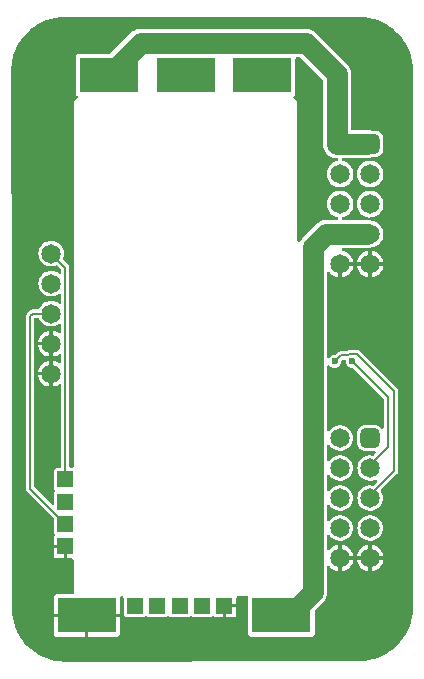
<source format=gtl>
%TF.GenerationSoftware,KiCad,Pcbnew,8.0.6*%
%TF.CreationDate,2024-10-27T21:52:18+01:00*%
%TF.ProjectId,Motor_Driver_carrier_board,4d6f746f-725f-4447-9269-7665725f6361,rev?*%
%TF.SameCoordinates,Original*%
%TF.FileFunction,Copper,L1,Top*%
%TF.FilePolarity,Positive*%
%FSLAX46Y46*%
G04 Gerber Fmt 4.6, Leading zero omitted, Abs format (unit mm)*
G04 Created by KiCad (PCBNEW 8.0.6) date 2024-10-27 21:52:18*
%MOMM*%
%LPD*%
G01*
G04 APERTURE LIST*
G04 Aperture macros list*
%AMRoundRect*
0 Rectangle with rounded corners*
0 $1 Rounding radius*
0 $2 $3 $4 $5 $6 $7 $8 $9 X,Y pos of 4 corners*
0 Add a 4 corners polygon primitive as box body*
4,1,4,$2,$3,$4,$5,$6,$7,$8,$9,$2,$3,0*
0 Add four circle primitives for the rounded corners*
1,1,$1+$1,$2,$3*
1,1,$1+$1,$4,$5*
1,1,$1+$1,$6,$7*
1,1,$1+$1,$8,$9*
0 Add four rect primitives between the rounded corners*
20,1,$1+$1,$2,$3,$4,$5,0*
20,1,$1+$1,$4,$5,$6,$7,0*
20,1,$1+$1,$6,$7,$8,$9,0*
20,1,$1+$1,$8,$9,$2,$3,0*%
G04 Aperture macros list end*
%TA.AperFunction,SMDPad,CuDef*%
%ADD10R,5.000000X3.000000*%
%TD*%
%TA.AperFunction,ComponentPad*%
%ADD11C,1.650000*%
%TD*%
%TA.AperFunction,SMDPad,CuDef*%
%ADD12R,1.400000X1.400000*%
%TD*%
%TA.AperFunction,ComponentPad*%
%ADD13RoundRect,0.412500X0.412500X-0.412500X0.412500X0.412500X-0.412500X0.412500X-0.412500X-0.412500X0*%
%TD*%
%TA.AperFunction,ViaPad*%
%ADD14C,0.600000*%
%TD*%
%TA.AperFunction,Conductor*%
%ADD15C,0.200000*%
%TD*%
%TA.AperFunction,Conductor*%
%ADD16C,1.791660*%
%TD*%
%ADD17C,0.300000*%
%ADD18C,0.350000*%
G04 APERTURE END LIST*
D10*
%TO.P,OUT1,1*%
%TO.N,/OUT1*%
X127675000Y-46950000D03*
%TD*%
D11*
%TO.P,J3,1,1*%
%TO.N,/SWDIO*%
X122800000Y-62080000D03*
%TO.P,J3,2,2*%
%TO.N,/SWCLK*%
X122800000Y-64620000D03*
%TO.P,J3,3,3*%
%TO.N,/3.3V*%
X122800000Y-67160000D03*
%TO.P,J3,4,4*%
%TO.N,GND*%
X122800000Y-69700000D03*
%TO.P,J3,5,5*%
X122800000Y-72240000D03*
%TD*%
D12*
%TO.P,5V,1*%
%TO.N,/5V*%
X129875000Y-91875000D03*
%TD*%
%TO.P,GND,1*%
%TO.N,GND*%
X137475000Y-91875000D03*
%TD*%
D10*
%TO.P,+24V,1*%
%TO.N,/24V*%
X142300000Y-92700000D03*
%TD*%
%TO.P,-24V,1*%
%TO.N,GND*%
X125800000Y-92700000D03*
%TD*%
%TO.P,OUT3,1*%
%TO.N,/OUT3*%
X140675000Y-46950000D03*
%TD*%
%TO.P,OUT2,1*%
%TO.N,/OUT2*%
X134175000Y-46950000D03*
%TD*%
D12*
%TO.P,PWM,1*%
%TO.N,/PWM*%
X135575000Y-91875000D03*
%TD*%
D13*
%TO.P,P2,1,1*%
%TO.N,/OUT1*%
X149800000Y-52790000D03*
D11*
%TO.P,P2,2,2*%
X147260000Y-52790000D03*
%TO.P,P2,3,3*%
%TO.N,/OUT2*%
X149800000Y-55330000D03*
%TO.P,P2,4,4*%
X147260000Y-55330000D03*
%TO.P,P2,5,5*%
%TO.N,/OUT3*%
X149800000Y-57870000D03*
%TO.P,P2,6,6*%
X147260000Y-57870000D03*
%TO.P,P2,7,7*%
%TO.N,/24V*%
X149800000Y-60410000D03*
%TO.P,P2,8,8*%
X147260000Y-60410000D03*
%TO.P,P2,9,9*%
%TO.N,GND*%
X149800000Y-62950000D03*
%TO.P,P2,10,10*%
X147260000Y-62950000D03*
D13*
%TO.P,P2,11,11*%
%TO.N,/H1*%
X149800000Y-77690000D03*
D11*
%TO.P,P2,12,12*%
%TO.N,/PWM*%
X147260000Y-77690000D03*
%TO.P,P2,13,13*%
%TO.N,/H2*%
X149800000Y-80230000D03*
%TO.P,P2,14,14*%
%TO.N,/RX*%
X147260000Y-80230000D03*
%TO.P,P2,15,15*%
%TO.N,/H3*%
X149800000Y-82770000D03*
%TO.P,P2,16,16*%
%TO.N,/TX*%
X147260000Y-82770000D03*
%TO.P,P2,17,17*%
%TO.N,/5V*%
X149800000Y-85310000D03*
%TO.P,P2,18,18*%
X147260000Y-85310000D03*
%TO.P,P2,19,19*%
%TO.N,GND*%
X149800000Y-87850000D03*
%TO.P,P2,20,20*%
X147260000Y-87850000D03*
%TD*%
D12*
%TO.P,SWDIO,1*%
%TO.N,/SWDIO*%
X124000000Y-81175000D03*
%TD*%
%TO.P,TX,1*%
%TO.N,/TX*%
X131775000Y-91875000D03*
%TD*%
%TO.P,GND,1*%
%TO.N,GND*%
X124000000Y-86875000D03*
%TD*%
%TO.P,SWCLK,1*%
%TO.N,/SWCLK*%
X124000000Y-83075000D03*
%TD*%
%TO.P,+3.3V,1*%
%TO.N,/3.3V*%
X124000000Y-84975000D03*
%TD*%
%TO.P,RX,1*%
%TO.N,/RX*%
X133675000Y-91875000D03*
%TD*%
D14*
%TO.N,/OUT3*%
X141800000Y-47700000D03*
X138800000Y-47700000D03*
X138800000Y-46700000D03*
X142800000Y-46700000D03*
X139800000Y-47700000D03*
X141800000Y-46700000D03*
X140800000Y-47700000D03*
X139800000Y-46700000D03*
X142800000Y-47700000D03*
X140800000Y-46700000D03*
%TO.N,GND*%
X146775735Y-75224265D03*
%TO.N,/OUT2*%
X135300000Y-46700000D03*
X134300000Y-46700000D03*
X132300000Y-46700000D03*
X133300000Y-47700000D03*
X133300000Y-46700000D03*
X135300000Y-47700000D03*
X132300000Y-47700000D03*
X134300000Y-47700000D03*
X136300000Y-47700000D03*
X136300000Y-46700000D03*
%TO.N,/PWM*%
X135800000Y-92200000D03*
X135300000Y-91700000D03*
%TO.N,/5V*%
X129743948Y-91774783D03*
X130300000Y-92200000D03*
%TO.N,/RX*%
X133300000Y-91700000D03*
X133800000Y-92200000D03*
%TO.N,/H2*%
X148300000Y-71200000D03*
%TO.N,/TX*%
X131600000Y-91600000D03*
X132000000Y-92200000D03*
%TO.N,/H3*%
X146800000Y-71200000D03*
%TO.N,/SWCLK*%
X124300000Y-82700000D03*
%TD*%
D15*
%TO.N,/H3*%
X146800000Y-71200000D02*
X147300000Y-70700000D01*
X151800000Y-80490000D02*
X149520000Y-82770000D01*
X147300000Y-70700000D02*
X147951471Y-70700000D01*
X147951471Y-70700000D02*
X148051471Y-70600000D01*
X148051471Y-70600000D02*
X148700000Y-70600000D01*
X148700000Y-70600000D02*
X151800000Y-73700000D01*
X151800000Y-73700000D02*
X151800000Y-80490000D01*
%TO.N,/H2*%
X148300000Y-71200000D02*
X151300000Y-74200000D01*
X151300000Y-74200000D02*
X151300000Y-78450000D01*
X151300000Y-78450000D02*
X149520000Y-80230000D01*
D16*
%TO.N,/OUT3*%
X140675000Y-46950000D02*
X140675000Y-46825000D01*
X140675000Y-46825000D02*
X140800000Y-46700000D01*
%TO.N,/OUT2*%
X134175000Y-46825000D02*
X134300000Y-46700000D01*
X134175000Y-46950000D02*
X134175000Y-46825000D01*
%TO.N,/OUT1*%
X146980000Y-46863340D02*
X146980000Y-52790000D01*
X130370830Y-44254170D02*
X144370830Y-44254170D01*
X144370830Y-44254170D02*
X146980000Y-46863340D01*
X127675000Y-46950000D02*
X130370830Y-44254170D01*
X146980000Y-52790000D02*
X149520000Y-52790000D01*
%TO.N,/24V*%
X144959170Y-90739832D02*
X144959170Y-61540830D01*
X144959170Y-61540830D02*
X146090000Y-60410000D01*
X142999002Y-92700000D02*
X144959170Y-90739832D01*
X142300000Y-92700000D02*
X142999002Y-92700000D01*
X146090000Y-60410000D02*
X149520000Y-60410000D01*
D15*
%TO.N,/PWM*%
X135575000Y-91975000D02*
X135800000Y-92200000D01*
X135575000Y-91875000D02*
X135575000Y-91975000D01*
%TO.N,/5V*%
X129875000Y-91875000D02*
X129975000Y-91875000D01*
X129975000Y-91875000D02*
X130300000Y-92200000D01*
%TO.N,/RX*%
X133675000Y-91875000D02*
X133675000Y-92075000D01*
X133675000Y-92075000D02*
X133800000Y-92200000D01*
%TO.N,/TX*%
X131775000Y-92175000D02*
X131800000Y-92200000D01*
X131775000Y-91875000D02*
X131775000Y-92175000D01*
%TO.N,/SWDIO*%
X124000000Y-63280000D02*
X122800000Y-62080000D01*
X124000000Y-81175000D02*
X124000000Y-63280000D01*
%TO.N,/3.3V*%
X124000000Y-84975000D02*
X121000000Y-81975000D01*
X121000000Y-67400000D02*
X121240000Y-67160000D01*
X121240000Y-67160000D02*
X122800000Y-67160000D01*
X121000000Y-81975000D02*
X121000000Y-67400000D01*
%TO.N,/SWCLK*%
X124000000Y-83000000D02*
X124300000Y-82700000D01*
X124000000Y-83075000D02*
X124000000Y-83000000D01*
%TD*%
%TA.AperFunction,Conductor*%
%TO.N,GND*%
G36*
X121763332Y-67530185D02*
G01*
X121807293Y-67579228D01*
X121881670Y-67728598D01*
X121881675Y-67728606D01*
X122001792Y-67887666D01*
X122122118Y-67997357D01*
X122149090Y-68021945D01*
X122318554Y-68126873D01*
X122504414Y-68198876D01*
X122700340Y-68235500D01*
X122700342Y-68235500D01*
X122899658Y-68235500D01*
X122899660Y-68235500D01*
X123095586Y-68198876D01*
X123281446Y-68126873D01*
X123450910Y-68021945D01*
X123450910Y-68021944D01*
X123455784Y-68018927D01*
X123456401Y-68019924D01*
X123516124Y-67997357D01*
X123584460Y-68011916D01*
X123634077Y-68061110D01*
X123649500Y-68121002D01*
X123649500Y-68680173D01*
X123629815Y-68747212D01*
X123577011Y-68792967D01*
X123507853Y-68802911D01*
X123460223Y-68785600D01*
X123303607Y-68688628D01*
X123303601Y-68688625D01*
X123109189Y-68613310D01*
X122950000Y-68583552D01*
X122950000Y-69170790D01*
X122872409Y-69150000D01*
X122727591Y-69150000D01*
X122650000Y-69170790D01*
X122650000Y-68583552D01*
X122490810Y-68613310D01*
X122296398Y-68688625D01*
X122296392Y-68688628D01*
X122119132Y-68798382D01*
X122119130Y-68798384D01*
X121965054Y-68938842D01*
X121839409Y-69105223D01*
X121839404Y-69105231D01*
X121746478Y-69291851D01*
X121746472Y-69291866D01*
X121689417Y-69492394D01*
X121689417Y-69492396D01*
X121684079Y-69550000D01*
X122270791Y-69550000D01*
X122250000Y-69627591D01*
X122250000Y-69772409D01*
X122270791Y-69850000D01*
X121684079Y-69850000D01*
X121689417Y-69907603D01*
X121689417Y-69907605D01*
X121746472Y-70108133D01*
X121746478Y-70108148D01*
X121839404Y-70294768D01*
X121839409Y-70294776D01*
X121965054Y-70461157D01*
X122119130Y-70601615D01*
X122119132Y-70601617D01*
X122296392Y-70711371D01*
X122296398Y-70711374D01*
X122490811Y-70786689D01*
X122650000Y-70816446D01*
X122650000Y-70229209D01*
X122727591Y-70250000D01*
X122872409Y-70250000D01*
X122950000Y-70229209D01*
X122950000Y-70816446D01*
X123109187Y-70786689D01*
X123109188Y-70786689D01*
X123303601Y-70711374D01*
X123303607Y-70711371D01*
X123460223Y-70614399D01*
X123527583Y-70595844D01*
X123594283Y-70616652D01*
X123639144Y-70670217D01*
X123649500Y-70719826D01*
X123649500Y-71220173D01*
X123629815Y-71287212D01*
X123577011Y-71332967D01*
X123507853Y-71342911D01*
X123460223Y-71325600D01*
X123303607Y-71228628D01*
X123303601Y-71228625D01*
X123109189Y-71153310D01*
X122950000Y-71123552D01*
X122950000Y-71710790D01*
X122872409Y-71690000D01*
X122727591Y-71690000D01*
X122650000Y-71710790D01*
X122650000Y-71123552D01*
X122490810Y-71153310D01*
X122296398Y-71228625D01*
X122296392Y-71228628D01*
X122119132Y-71338382D01*
X122119130Y-71338384D01*
X121965054Y-71478842D01*
X121839409Y-71645223D01*
X121839404Y-71645231D01*
X121746478Y-71831851D01*
X121746472Y-71831866D01*
X121689417Y-72032394D01*
X121689417Y-72032396D01*
X121684079Y-72090000D01*
X122270791Y-72090000D01*
X122250000Y-72167591D01*
X122250000Y-72312409D01*
X122270791Y-72390000D01*
X121684079Y-72390000D01*
X121689417Y-72447603D01*
X121689417Y-72447605D01*
X121746472Y-72648133D01*
X121746478Y-72648148D01*
X121839404Y-72834768D01*
X121839409Y-72834776D01*
X121965054Y-73001157D01*
X122119130Y-73141615D01*
X122119132Y-73141617D01*
X122296392Y-73251371D01*
X122296398Y-73251374D01*
X122490811Y-73326689D01*
X122650000Y-73356446D01*
X122650000Y-72769209D01*
X122727591Y-72790000D01*
X122872409Y-72790000D01*
X122950000Y-72769209D01*
X122950000Y-73356446D01*
X123109187Y-73326689D01*
X123109188Y-73326689D01*
X123303601Y-73251374D01*
X123303607Y-73251371D01*
X123460223Y-73154399D01*
X123527583Y-73135844D01*
X123594283Y-73156652D01*
X123639144Y-73210217D01*
X123649500Y-73259826D01*
X123649500Y-80100500D01*
X123629815Y-80167539D01*
X123577011Y-80213294D01*
X123525500Y-80224500D01*
X123275323Y-80224500D01*
X123202264Y-80239032D01*
X123202260Y-80239033D01*
X123119399Y-80294399D01*
X123064033Y-80377260D01*
X123064032Y-80377264D01*
X123049500Y-80450321D01*
X123049500Y-81899678D01*
X123064032Y-81972735D01*
X123064033Y-81972739D01*
X123119739Y-82056110D01*
X123140616Y-82122788D01*
X123122131Y-82190168D01*
X123119739Y-82193890D01*
X123064033Y-82277260D01*
X123064032Y-82277264D01*
X123049500Y-82350321D01*
X123049500Y-83229456D01*
X123029815Y-83296495D01*
X122977011Y-83342250D01*
X122907853Y-83352194D01*
X122844297Y-83323169D01*
X122837819Y-83317137D01*
X121386819Y-81866137D01*
X121353334Y-81804814D01*
X121350500Y-81778456D01*
X121350500Y-67634500D01*
X121370185Y-67567461D01*
X121422989Y-67521706D01*
X121474500Y-67510500D01*
X121696293Y-67510500D01*
X121763332Y-67530185D01*
G37*
%TD.AperFunction*%
%TA.AperFunction,Conductor*%
G36*
X148942702Y-42050617D02*
G01*
X149326771Y-42067386D01*
X149337506Y-42068326D01*
X149715971Y-42118152D01*
X149726597Y-42120025D01*
X150099284Y-42202648D01*
X150109710Y-42205442D01*
X150473765Y-42320227D01*
X150483911Y-42323920D01*
X150836578Y-42470000D01*
X150846369Y-42474566D01*
X151184917Y-42650803D01*
X151184942Y-42650816D01*
X151194309Y-42656223D01*
X151195887Y-42657229D01*
X151516244Y-42861318D01*
X151525105Y-42867523D01*
X151827930Y-43099889D01*
X151836217Y-43106843D01*
X152117635Y-43364715D01*
X152125284Y-43372364D01*
X152383156Y-43653782D01*
X152390110Y-43662069D01*
X152622476Y-43964894D01*
X152628681Y-43973755D01*
X152833775Y-44295689D01*
X152839183Y-44305057D01*
X153015430Y-44643623D01*
X153020002Y-44653427D01*
X153166075Y-45006078D01*
X153169775Y-45016244D01*
X153284554Y-45380278D01*
X153287354Y-45390727D01*
X153369971Y-45763389D01*
X153371849Y-45774042D01*
X153421671Y-46152472D01*
X153422614Y-46163249D01*
X153439379Y-46547268D01*
X153439497Y-46552730D01*
X153419531Y-91996040D01*
X153419500Y-91996535D01*
X153419500Y-92067293D01*
X153419382Y-92072702D01*
X153402614Y-92456750D01*
X153401671Y-92467526D01*
X153351849Y-92845957D01*
X153349971Y-92856610D01*
X153267354Y-93229272D01*
X153264554Y-93239721D01*
X153149775Y-93603755D01*
X153146075Y-93613921D01*
X153000002Y-93966572D01*
X152995430Y-93976376D01*
X152819183Y-94314942D01*
X152813775Y-94324310D01*
X152608681Y-94646244D01*
X152602476Y-94655105D01*
X152370110Y-94957930D01*
X152363156Y-94966217D01*
X152105284Y-95247635D01*
X152097635Y-95255284D01*
X151816217Y-95513156D01*
X151807930Y-95520110D01*
X151505105Y-95752476D01*
X151496244Y-95758681D01*
X151174310Y-95963775D01*
X151164942Y-95969183D01*
X150826376Y-96145430D01*
X150816572Y-96150002D01*
X150463921Y-96296075D01*
X150453755Y-96299775D01*
X150089721Y-96414554D01*
X150079272Y-96417354D01*
X149706610Y-96499971D01*
X149695957Y-96501849D01*
X149317526Y-96551671D01*
X149306750Y-96552614D01*
X148922694Y-96569382D01*
X148917285Y-96569500D01*
X148847046Y-96569500D01*
X148845368Y-96569610D01*
X145523194Y-96574577D01*
X145522275Y-96574519D01*
X145514730Y-96574536D01*
X145514729Y-96574536D01*
X145449422Y-96574687D01*
X145448743Y-96574689D01*
X145448643Y-96574689D01*
X145375902Y-96574798D01*
X145374972Y-96574860D01*
X123977805Y-96624553D01*
X123972108Y-96624435D01*
X123588250Y-96607676D01*
X123577475Y-96606733D01*
X123489354Y-96595131D01*
X123199046Y-96556911D01*
X123188394Y-96555033D01*
X122815732Y-96472416D01*
X122805282Y-96469616D01*
X122441247Y-96354836D01*
X122431082Y-96351136D01*
X122078436Y-96205063D01*
X122068632Y-96200491D01*
X121730063Y-96024244D01*
X121720694Y-96018835D01*
X121398774Y-95813747D01*
X121389913Y-95807543D01*
X121087083Y-95575172D01*
X121078796Y-95568218D01*
X120797379Y-95310345D01*
X120789730Y-95302696D01*
X120531854Y-95021271D01*
X120524901Y-95012984D01*
X120429022Y-94888031D01*
X120292535Y-94710156D01*
X120286345Y-94701317D01*
X120081246Y-94379372D01*
X120075839Y-94370007D01*
X120049677Y-94319750D01*
X120010653Y-94244785D01*
X123000001Y-94244785D01*
X123000002Y-94244808D01*
X123002908Y-94269869D01*
X123002909Y-94269873D01*
X123048211Y-94372474D01*
X123048214Y-94372479D01*
X123127520Y-94451785D01*
X123127525Y-94451788D01*
X123230123Y-94497089D01*
X123255206Y-94499999D01*
X125649999Y-94499999D01*
X125950000Y-94499999D01*
X128344786Y-94499999D01*
X128344808Y-94499997D01*
X128369869Y-94497091D01*
X128369873Y-94497090D01*
X128472474Y-94451788D01*
X128472479Y-94451785D01*
X128551785Y-94372479D01*
X128551788Y-94372474D01*
X128597089Y-94269877D01*
X128597089Y-94269875D01*
X128599999Y-94244794D01*
X128600000Y-94244791D01*
X128600000Y-92850000D01*
X125950000Y-92850000D01*
X125950000Y-94499999D01*
X125649999Y-94499999D01*
X125650000Y-94499998D01*
X125650000Y-92850000D01*
X123000001Y-92850000D01*
X123000001Y-94244785D01*
X120010653Y-94244785D01*
X119899582Y-94031416D01*
X119895022Y-94021636D01*
X119748953Y-93668986D01*
X119745253Y-93658821D01*
X119719986Y-93578684D01*
X119630469Y-93294768D01*
X119627678Y-93284353D01*
X119545057Y-92911658D01*
X119543185Y-92901038D01*
X119493361Y-92522570D01*
X119492421Y-92511837D01*
X119475618Y-92126894D01*
X119475500Y-92121484D01*
X119475501Y-92059174D01*
X119475500Y-92059170D01*
X119475500Y-92051772D01*
X119475414Y-92050472D01*
X119475352Y-91996535D01*
X119470356Y-87619785D01*
X123000001Y-87619785D01*
X123000002Y-87619808D01*
X123002908Y-87644869D01*
X123002909Y-87644873D01*
X123048211Y-87747474D01*
X123048214Y-87747479D01*
X123127520Y-87826785D01*
X123127525Y-87826788D01*
X123230123Y-87872089D01*
X123255206Y-87874999D01*
X123849999Y-87874999D01*
X123850000Y-87874998D01*
X123850000Y-87025000D01*
X123000001Y-87025000D01*
X123000001Y-87619785D01*
X119470356Y-87619785D01*
X119447221Y-67353856D01*
X120649500Y-67353856D01*
X120649500Y-82021144D01*
X120658732Y-82055600D01*
X120658733Y-82055600D01*
X120658733Y-82055601D01*
X120673386Y-82110288D01*
X120680603Y-82122788D01*
X120719527Y-82190208D01*
X120719531Y-82190213D01*
X123013181Y-84483863D01*
X123046666Y-84545186D01*
X123049500Y-84571544D01*
X123049500Y-85699678D01*
X123064032Y-85772735D01*
X123064033Y-85772739D01*
X123064034Y-85772740D01*
X123093198Y-85816388D01*
X123114075Y-85883064D01*
X123095590Y-85950444D01*
X123077777Y-85972957D01*
X123048214Y-86002520D01*
X123048211Y-86002525D01*
X123002910Y-86105122D01*
X123002910Y-86105124D01*
X123000000Y-86130205D01*
X123000000Y-86725000D01*
X124026000Y-86725000D01*
X124093039Y-86744685D01*
X124138794Y-86797489D01*
X124150000Y-86849000D01*
X124150000Y-87874999D01*
X124575500Y-87874999D01*
X124642539Y-87894684D01*
X124688294Y-87947488D01*
X124699500Y-87998999D01*
X124699500Y-90640893D01*
X124727102Y-90743908D01*
X124725439Y-90813758D01*
X124686276Y-90871620D01*
X124622047Y-90899123D01*
X124607327Y-90900000D01*
X123255214Y-90900000D01*
X123255191Y-90900002D01*
X123230130Y-90902908D01*
X123230126Y-90902909D01*
X123127525Y-90948211D01*
X123127520Y-90948214D01*
X123048214Y-91027520D01*
X123048211Y-91027525D01*
X123002910Y-91130122D01*
X123002910Y-91130124D01*
X123000000Y-91155205D01*
X123000000Y-92550000D01*
X128599999Y-92550000D01*
X128599999Y-91199500D01*
X128619684Y-91132461D01*
X128672488Y-91086706D01*
X128723999Y-91075500D01*
X128800500Y-91075500D01*
X128867539Y-91095185D01*
X128913294Y-91147989D01*
X128924500Y-91199500D01*
X128924500Y-92599678D01*
X128939032Y-92672735D01*
X128939033Y-92672739D01*
X128939034Y-92672740D01*
X128994399Y-92755601D01*
X129056692Y-92797223D01*
X129077260Y-92810966D01*
X129077264Y-92810967D01*
X129150321Y-92825499D01*
X129150324Y-92825500D01*
X129150326Y-92825500D01*
X130599676Y-92825500D01*
X130599677Y-92825499D01*
X130672740Y-92810966D01*
X130719971Y-92779408D01*
X130756110Y-92755261D01*
X130822787Y-92734383D01*
X130890167Y-92752868D01*
X130893890Y-92755261D01*
X130977256Y-92810964D01*
X130977258Y-92810964D01*
X130977260Y-92810966D01*
X130977262Y-92810966D01*
X130977264Y-92810967D01*
X131050321Y-92825499D01*
X131050324Y-92825500D01*
X131050326Y-92825500D01*
X132499676Y-92825500D01*
X132499677Y-92825499D01*
X132572740Y-92810966D01*
X132619971Y-92779408D01*
X132656110Y-92755261D01*
X132722787Y-92734383D01*
X132790167Y-92752868D01*
X132793890Y-92755261D01*
X132877256Y-92810964D01*
X132877258Y-92810964D01*
X132877260Y-92810966D01*
X132877262Y-92810966D01*
X132877264Y-92810967D01*
X132950321Y-92825499D01*
X132950324Y-92825500D01*
X132950326Y-92825500D01*
X134399676Y-92825500D01*
X134399677Y-92825499D01*
X134472740Y-92810966D01*
X134519971Y-92779408D01*
X134556110Y-92755261D01*
X134622787Y-92734383D01*
X134690167Y-92752868D01*
X134693890Y-92755261D01*
X134777256Y-92810964D01*
X134777258Y-92810964D01*
X134777260Y-92810966D01*
X134777262Y-92810966D01*
X134777264Y-92810967D01*
X134850321Y-92825499D01*
X134850324Y-92825500D01*
X134850326Y-92825500D01*
X136299676Y-92825500D01*
X136299677Y-92825499D01*
X136372735Y-92810967D01*
X136372737Y-92810967D01*
X136372737Y-92810966D01*
X136372740Y-92810966D01*
X136416390Y-92781800D01*
X136483063Y-92760924D01*
X136550443Y-92779408D01*
X136572958Y-92797223D01*
X136602520Y-92826785D01*
X136602525Y-92826788D01*
X136705123Y-92872089D01*
X136730206Y-92874999D01*
X137324999Y-92874999D01*
X137625000Y-92874999D01*
X138219786Y-92874999D01*
X138219808Y-92874997D01*
X138244869Y-92872091D01*
X138244873Y-92872090D01*
X138347474Y-92826788D01*
X138347479Y-92826785D01*
X138426785Y-92747479D01*
X138426788Y-92747474D01*
X138472089Y-92644877D01*
X138472089Y-92644875D01*
X138474999Y-92619794D01*
X138475000Y-92619791D01*
X138475000Y-92025000D01*
X137625000Y-92025000D01*
X137625000Y-92874999D01*
X137324999Y-92874999D01*
X137325000Y-92874998D01*
X137325000Y-91849000D01*
X137344685Y-91781961D01*
X137397489Y-91736206D01*
X137449000Y-91725000D01*
X138474999Y-91725000D01*
X138474999Y-91199500D01*
X138494684Y-91132461D01*
X138547488Y-91086706D01*
X138598999Y-91075500D01*
X139375500Y-91075500D01*
X139442539Y-91095185D01*
X139488294Y-91147989D01*
X139499500Y-91199500D01*
X139499500Y-94244856D01*
X139499502Y-94244882D01*
X139502413Y-94269987D01*
X139502415Y-94269991D01*
X139547793Y-94372764D01*
X139547794Y-94372765D01*
X139627235Y-94452206D01*
X139730009Y-94497585D01*
X139755135Y-94500500D01*
X144844864Y-94500499D01*
X144844879Y-94500497D01*
X144844882Y-94500497D01*
X144869987Y-94497586D01*
X144869988Y-94497585D01*
X144869991Y-94497585D01*
X144972765Y-94452206D01*
X145052206Y-94372765D01*
X145097585Y-94269991D01*
X145100500Y-94244865D01*
X145100499Y-92341729D01*
X145120184Y-92274691D01*
X145136818Y-92254049D01*
X145394827Y-91996040D01*
X145871679Y-91519189D01*
X145982363Y-91366846D01*
X146067852Y-91199063D01*
X146126042Y-91019974D01*
X146137408Y-90948214D01*
X146137474Y-90947795D01*
X146137474Y-90947794D01*
X146155500Y-90833984D01*
X146155500Y-88624174D01*
X146175185Y-88557135D01*
X146227989Y-88511380D01*
X146297147Y-88501436D01*
X146360703Y-88530461D01*
X146378455Y-88549448D01*
X146425055Y-88611157D01*
X146579130Y-88751615D01*
X146579132Y-88751617D01*
X146756392Y-88861371D01*
X146756398Y-88861374D01*
X146950811Y-88936689D01*
X147110000Y-88966446D01*
X147110000Y-88379209D01*
X147187591Y-88400000D01*
X147332409Y-88400000D01*
X147410000Y-88379209D01*
X147410000Y-88966446D01*
X147569187Y-88936689D01*
X147569188Y-88936689D01*
X147763601Y-88861374D01*
X147763607Y-88861371D01*
X147940867Y-88751617D01*
X147940869Y-88751615D01*
X148094945Y-88611157D01*
X148220590Y-88444776D01*
X148220595Y-88444768D01*
X148313521Y-88258148D01*
X148313527Y-88258133D01*
X148370582Y-88057605D01*
X148370582Y-88057603D01*
X148375921Y-88000000D01*
X147789209Y-88000000D01*
X147810000Y-87922409D01*
X147810000Y-87777591D01*
X147789209Y-87700000D01*
X148375920Y-87700000D01*
X148684079Y-87700000D01*
X149270791Y-87700000D01*
X149250000Y-87777591D01*
X149250000Y-87922409D01*
X149270791Y-88000000D01*
X148684079Y-88000000D01*
X148689417Y-88057603D01*
X148689417Y-88057605D01*
X148746472Y-88258133D01*
X148746478Y-88258148D01*
X148839404Y-88444768D01*
X148839409Y-88444776D01*
X148965054Y-88611157D01*
X149119130Y-88751615D01*
X149119132Y-88751617D01*
X149296392Y-88861371D01*
X149296398Y-88861374D01*
X149490811Y-88936689D01*
X149650000Y-88966446D01*
X149650000Y-88379209D01*
X149727591Y-88400000D01*
X149872409Y-88400000D01*
X149950000Y-88379209D01*
X149950000Y-88966446D01*
X150109187Y-88936689D01*
X150109188Y-88936689D01*
X150303601Y-88861374D01*
X150303607Y-88861371D01*
X150480867Y-88751617D01*
X150480869Y-88751615D01*
X150634945Y-88611157D01*
X150760590Y-88444776D01*
X150760595Y-88444768D01*
X150853521Y-88258148D01*
X150853527Y-88258133D01*
X150910582Y-88057605D01*
X150910582Y-88057603D01*
X150915921Y-88000000D01*
X150329209Y-88000000D01*
X150350000Y-87922409D01*
X150350000Y-87777591D01*
X150329209Y-87700000D01*
X150915920Y-87700000D01*
X150910582Y-87642396D01*
X150910582Y-87642394D01*
X150853527Y-87441866D01*
X150853521Y-87441851D01*
X150760595Y-87255231D01*
X150760590Y-87255223D01*
X150634945Y-87088842D01*
X150480869Y-86948384D01*
X150480867Y-86948382D01*
X150303607Y-86838628D01*
X150303601Y-86838625D01*
X150109189Y-86763310D01*
X149950000Y-86733552D01*
X149950000Y-87320790D01*
X149872409Y-87300000D01*
X149727591Y-87300000D01*
X149650000Y-87320790D01*
X149650000Y-86733552D01*
X149490810Y-86763310D01*
X149296398Y-86838625D01*
X149296392Y-86838628D01*
X149119132Y-86948382D01*
X149119130Y-86948384D01*
X148965054Y-87088842D01*
X148839409Y-87255223D01*
X148839404Y-87255231D01*
X148746478Y-87441851D01*
X148746472Y-87441866D01*
X148689417Y-87642394D01*
X148689417Y-87642396D01*
X148684079Y-87700000D01*
X148375920Y-87700000D01*
X148370582Y-87642396D01*
X148370582Y-87642394D01*
X148313527Y-87441866D01*
X148313521Y-87441851D01*
X148220595Y-87255231D01*
X148220590Y-87255223D01*
X148094945Y-87088842D01*
X147940869Y-86948384D01*
X147940867Y-86948382D01*
X147763607Y-86838628D01*
X147763601Y-86838625D01*
X147569189Y-86763310D01*
X147410000Y-86733552D01*
X147410000Y-87320790D01*
X147332409Y-87300000D01*
X147187591Y-87300000D01*
X147110000Y-87320790D01*
X147110000Y-86733552D01*
X146950810Y-86763310D01*
X146756398Y-86838625D01*
X146756392Y-86838628D01*
X146579132Y-86948382D01*
X146579130Y-86948384D01*
X146425054Y-87088842D01*
X146378454Y-87150552D01*
X146322345Y-87192188D01*
X146252633Y-87196879D01*
X146191451Y-87163137D01*
X146158224Y-87101674D01*
X146155500Y-87075825D01*
X146155500Y-86002035D01*
X146175185Y-85934996D01*
X146227989Y-85889241D01*
X146297147Y-85879297D01*
X146360703Y-85908322D01*
X146378452Y-85927306D01*
X146395925Y-85950444D01*
X146461792Y-86037666D01*
X146563303Y-86130205D01*
X146609090Y-86171945D01*
X146778554Y-86276873D01*
X146964414Y-86348876D01*
X147160340Y-86385500D01*
X147160342Y-86385500D01*
X147359658Y-86385500D01*
X147359660Y-86385500D01*
X147555586Y-86348876D01*
X147741446Y-86276873D01*
X147910910Y-86171945D01*
X148058209Y-86037664D01*
X148178326Y-85878604D01*
X148267171Y-85700180D01*
X148321717Y-85508469D01*
X148340108Y-85310000D01*
X148340108Y-85309999D01*
X148719892Y-85309999D01*
X148719892Y-85310000D01*
X148738282Y-85508464D01*
X148792830Y-85700183D01*
X148881670Y-85878598D01*
X148881675Y-85878606D01*
X149001792Y-86037666D01*
X149103303Y-86130205D01*
X149149090Y-86171945D01*
X149318554Y-86276873D01*
X149504414Y-86348876D01*
X149700340Y-86385500D01*
X149700342Y-86385500D01*
X149899658Y-86385500D01*
X149899660Y-86385500D01*
X150095586Y-86348876D01*
X150281446Y-86276873D01*
X150450910Y-86171945D01*
X150598209Y-86037664D01*
X150718326Y-85878604D01*
X150807171Y-85700180D01*
X150861717Y-85508469D01*
X150880108Y-85310000D01*
X150861717Y-85111531D01*
X150807171Y-84919820D01*
X150805759Y-84916984D01*
X150718329Y-84741401D01*
X150718324Y-84741393D01*
X150598207Y-84582333D01*
X150450911Y-84448056D01*
X150450910Y-84448055D01*
X150386375Y-84408096D01*
X150281447Y-84343127D01*
X150281445Y-84343126D01*
X150199379Y-84311334D01*
X150095586Y-84271124D01*
X150095582Y-84271123D01*
X150016639Y-84256366D01*
X149899660Y-84234500D01*
X149700340Y-84234500D01*
X149610254Y-84251339D01*
X149504417Y-84271123D01*
X149504415Y-84271123D01*
X149504414Y-84271124D01*
X149452517Y-84291229D01*
X149318554Y-84343126D01*
X149318552Y-84343127D01*
X149149088Y-84448056D01*
X149001792Y-84582333D01*
X148881675Y-84741393D01*
X148881670Y-84741401D01*
X148792830Y-84919816D01*
X148738282Y-85111535D01*
X148719892Y-85309999D01*
X148340108Y-85309999D01*
X148321717Y-85111531D01*
X148267171Y-84919820D01*
X148265759Y-84916984D01*
X148178329Y-84741401D01*
X148178324Y-84741393D01*
X148058207Y-84582333D01*
X147910911Y-84448056D01*
X147910910Y-84448055D01*
X147846375Y-84408096D01*
X147741447Y-84343127D01*
X147741445Y-84343126D01*
X147659379Y-84311334D01*
X147555586Y-84271124D01*
X147555582Y-84271123D01*
X147476639Y-84256366D01*
X147359660Y-84234500D01*
X147160340Y-84234500D01*
X147070254Y-84251339D01*
X146964417Y-84271123D01*
X146964415Y-84271123D01*
X146964414Y-84271124D01*
X146912517Y-84291229D01*
X146778554Y-84343126D01*
X146778552Y-84343127D01*
X146609088Y-84448056D01*
X146461792Y-84582334D01*
X146378454Y-84692691D01*
X146322345Y-84734327D01*
X146252633Y-84739018D01*
X146191451Y-84705276D01*
X146158224Y-84643812D01*
X146155500Y-84617964D01*
X146155500Y-83462035D01*
X146175185Y-83394996D01*
X146227989Y-83349241D01*
X146297147Y-83339297D01*
X146360703Y-83368322D01*
X146378452Y-83387306D01*
X146409596Y-83428547D01*
X146461792Y-83497666D01*
X146588508Y-83613182D01*
X146609090Y-83631945D01*
X146778554Y-83736873D01*
X146964414Y-83808876D01*
X147160340Y-83845500D01*
X147160342Y-83845500D01*
X147359658Y-83845500D01*
X147359660Y-83845500D01*
X147555586Y-83808876D01*
X147741446Y-83736873D01*
X147910910Y-83631945D01*
X148058209Y-83497664D01*
X148178326Y-83338604D01*
X148267171Y-83160180D01*
X148321717Y-82968469D01*
X148340108Y-82770000D01*
X148321717Y-82571531D01*
X148267171Y-82379820D01*
X148216102Y-82277260D01*
X148178329Y-82201401D01*
X148178324Y-82201393D01*
X148058207Y-82042333D01*
X147910911Y-81908056D01*
X147910910Y-81908055D01*
X147843210Y-81866137D01*
X147741447Y-81803127D01*
X147741445Y-81803126D01*
X147659379Y-81771334D01*
X147555586Y-81731124D01*
X147555582Y-81731123D01*
X147476639Y-81716366D01*
X147359660Y-81694500D01*
X147160340Y-81694500D01*
X147070254Y-81711339D01*
X146964417Y-81731123D01*
X146964415Y-81731123D01*
X146964414Y-81731124D01*
X146912517Y-81751229D01*
X146778554Y-81803126D01*
X146778552Y-81803127D01*
X146609088Y-81908056D01*
X146461792Y-82042334D01*
X146378454Y-82152691D01*
X146322345Y-82194327D01*
X146252633Y-82199018D01*
X146191451Y-82165276D01*
X146158224Y-82103812D01*
X146155500Y-82077964D01*
X146155500Y-80922035D01*
X146175185Y-80854996D01*
X146227989Y-80809241D01*
X146297147Y-80799297D01*
X146360703Y-80828322D01*
X146378452Y-80847306D01*
X146409596Y-80888547D01*
X146461792Y-80957666D01*
X146588508Y-81073182D01*
X146609090Y-81091945D01*
X146778554Y-81196873D01*
X146964414Y-81268876D01*
X147160340Y-81305500D01*
X147160342Y-81305500D01*
X147359658Y-81305500D01*
X147359660Y-81305500D01*
X147555586Y-81268876D01*
X147741446Y-81196873D01*
X147910910Y-81091945D01*
X148058209Y-80957664D01*
X148178326Y-80798604D01*
X148267171Y-80620180D01*
X148321717Y-80428469D01*
X148340108Y-80230000D01*
X148321717Y-80031531D01*
X148267171Y-79839820D01*
X148265759Y-79836984D01*
X148178329Y-79661401D01*
X148178324Y-79661393D01*
X148058207Y-79502333D01*
X147910911Y-79368056D01*
X147910910Y-79368055D01*
X147846375Y-79328096D01*
X147741447Y-79263127D01*
X147741445Y-79263126D01*
X147659379Y-79231334D01*
X147555586Y-79191124D01*
X147555582Y-79191123D01*
X147476639Y-79176366D01*
X147359660Y-79154500D01*
X147160340Y-79154500D01*
X147070254Y-79171339D01*
X146964417Y-79191123D01*
X146964415Y-79191123D01*
X146964414Y-79191124D01*
X146912517Y-79211229D01*
X146778554Y-79263126D01*
X146778552Y-79263127D01*
X146609088Y-79368056D01*
X146461792Y-79502334D01*
X146378454Y-79612691D01*
X146322345Y-79654327D01*
X146252633Y-79659018D01*
X146191451Y-79625276D01*
X146158224Y-79563812D01*
X146155500Y-79537964D01*
X146155500Y-78382035D01*
X146175185Y-78314996D01*
X146227989Y-78269241D01*
X146297147Y-78259297D01*
X146360703Y-78288322D01*
X146378452Y-78307306D01*
X146409596Y-78348547D01*
X146461792Y-78417666D01*
X146567892Y-78514388D01*
X146609090Y-78551945D01*
X146778554Y-78656873D01*
X146964414Y-78728876D01*
X147160340Y-78765500D01*
X147160342Y-78765500D01*
X147359658Y-78765500D01*
X147359660Y-78765500D01*
X147555586Y-78728876D01*
X147741446Y-78656873D01*
X147910910Y-78551945D01*
X148058209Y-78417664D01*
X148178326Y-78258604D01*
X148267171Y-78080180D01*
X148321717Y-77888469D01*
X148340108Y-77690000D01*
X148321717Y-77491531D01*
X148267171Y-77299820D01*
X148196111Y-77157113D01*
X148178329Y-77121401D01*
X148178324Y-77121393D01*
X148058207Y-76962333D01*
X147910911Y-76828056D01*
X147910910Y-76828055D01*
X147829282Y-76777513D01*
X147741447Y-76723127D01*
X147741445Y-76723126D01*
X147659379Y-76691334D01*
X147555586Y-76651124D01*
X147555582Y-76651123D01*
X147476639Y-76636366D01*
X147359660Y-76614500D01*
X147160340Y-76614500D01*
X147070254Y-76631339D01*
X146964417Y-76651123D01*
X146964415Y-76651123D01*
X146964414Y-76651124D01*
X146919647Y-76668467D01*
X146778554Y-76723126D01*
X146778552Y-76723127D01*
X146609088Y-76828056D01*
X146461792Y-76962334D01*
X146378454Y-77072691D01*
X146322345Y-77114327D01*
X146252633Y-77119018D01*
X146191451Y-77085276D01*
X146158224Y-77023812D01*
X146155500Y-76997964D01*
X146155500Y-71629657D01*
X146175185Y-71562618D01*
X146227989Y-71516863D01*
X146297147Y-71506919D01*
X146360703Y-71535944D01*
X146377871Y-71554165D01*
X146407379Y-71592621D01*
X146522375Y-71680861D01*
X146656291Y-71736330D01*
X146783280Y-71753048D01*
X146799999Y-71755250D01*
X146800000Y-71755250D01*
X146800001Y-71755250D01*
X146814977Y-71753278D01*
X146943709Y-71736330D01*
X147077625Y-71680861D01*
X147192621Y-71592621D01*
X147280861Y-71477625D01*
X147336330Y-71343709D01*
X147355250Y-71200000D01*
X147355250Y-71199997D01*
X147355250Y-71191871D01*
X147358828Y-71191871D01*
X147367031Y-71139030D01*
X147391562Y-71104119D01*
X147408866Y-71086816D01*
X147470190Y-71053333D01*
X147496545Y-71050500D01*
X147623037Y-71050500D01*
X147690076Y-71070185D01*
X147735831Y-71122989D01*
X147745976Y-71190685D01*
X147744750Y-71199997D01*
X147744750Y-71200000D01*
X147763670Y-71343708D01*
X147763671Y-71343712D01*
X147819137Y-71477622D01*
X147819138Y-71477624D01*
X147819139Y-71477625D01*
X147907379Y-71592621D01*
X148022375Y-71680861D01*
X148156291Y-71736330D01*
X148300000Y-71755250D01*
X148308129Y-71755250D01*
X148308129Y-71758828D01*
X148360970Y-71767031D01*
X148395878Y-71791560D01*
X150913181Y-74308863D01*
X150946666Y-74370186D01*
X150949500Y-74396544D01*
X150949500Y-76777513D01*
X150929815Y-76844552D01*
X150877011Y-76890307D01*
X150807853Y-76900251D01*
X150744297Y-76871226D01*
X150737819Y-76865194D01*
X150624391Y-76751766D01*
X150486602Y-76668469D01*
X150430936Y-76651123D01*
X150332887Y-76620570D01*
X150332885Y-76620569D01*
X150332883Y-76620569D01*
X150286117Y-76616319D01*
X150266091Y-76614500D01*
X150266088Y-76614500D01*
X149333901Y-76614500D01*
X149267117Y-76620568D01*
X149267106Y-76620571D01*
X149113401Y-76668467D01*
X148975608Y-76751766D01*
X148861766Y-76865608D01*
X148778469Y-77003397D01*
X148730569Y-77157116D01*
X148724500Y-77223911D01*
X148724500Y-78156098D01*
X148730568Y-78222882D01*
X148730571Y-78222893D01*
X148778467Y-78376598D01*
X148778468Y-78376600D01*
X148778469Y-78376602D01*
X148861764Y-78514388D01*
X148861766Y-78514391D01*
X148975608Y-78628233D01*
X148975610Y-78628234D01*
X148975612Y-78628236D01*
X149113398Y-78711531D01*
X149267113Y-78759430D01*
X149333909Y-78765500D01*
X150189456Y-78765499D01*
X150256495Y-78785183D01*
X150302250Y-78837987D01*
X150312194Y-78907146D01*
X150283169Y-78970702D01*
X150277147Y-78977169D01*
X150167620Y-79086697D01*
X150114512Y-79139805D01*
X150053189Y-79173289D01*
X150004048Y-79174012D01*
X149899660Y-79154500D01*
X149700340Y-79154500D01*
X149610254Y-79171339D01*
X149504417Y-79191123D01*
X149504415Y-79191123D01*
X149504414Y-79191124D01*
X149452517Y-79211229D01*
X149318554Y-79263126D01*
X149318552Y-79263127D01*
X149149088Y-79368056D01*
X149001792Y-79502333D01*
X148881675Y-79661393D01*
X148881670Y-79661401D01*
X148792830Y-79839816D01*
X148738282Y-80031535D01*
X148719892Y-80229999D01*
X148719892Y-80230000D01*
X148738282Y-80428464D01*
X148738282Y-80428466D01*
X148738283Y-80428469D01*
X148768919Y-80536144D01*
X148792830Y-80620183D01*
X148881670Y-80798598D01*
X148881675Y-80798606D01*
X149001792Y-80957666D01*
X149128508Y-81073182D01*
X149149090Y-81091945D01*
X149318554Y-81196873D01*
X149504414Y-81268876D01*
X149700340Y-81305500D01*
X149700342Y-81305500D01*
X149899658Y-81305500D01*
X149899660Y-81305500D01*
X150095586Y-81268876D01*
X150249149Y-81209384D01*
X150318772Y-81203522D01*
X150380512Y-81236232D01*
X150414767Y-81297128D01*
X150410662Y-81366877D01*
X150381624Y-81412692D01*
X150114512Y-81679804D01*
X150053189Y-81713289D01*
X150004048Y-81714012D01*
X149899660Y-81694500D01*
X149700340Y-81694500D01*
X149610254Y-81711339D01*
X149504417Y-81731123D01*
X149504415Y-81731123D01*
X149504414Y-81731124D01*
X149452517Y-81751229D01*
X149318554Y-81803126D01*
X149318552Y-81803127D01*
X149149088Y-81908056D01*
X149001792Y-82042333D01*
X148881675Y-82201393D01*
X148881670Y-82201401D01*
X148792830Y-82379816D01*
X148738282Y-82571535D01*
X148719892Y-82769999D01*
X148719892Y-82770000D01*
X148738282Y-82968464D01*
X148792830Y-83160183D01*
X148881670Y-83338598D01*
X148881675Y-83338606D01*
X149001792Y-83497666D01*
X149128508Y-83613182D01*
X149149090Y-83631945D01*
X149318554Y-83736873D01*
X149504414Y-83808876D01*
X149700340Y-83845500D01*
X149700342Y-83845500D01*
X149899658Y-83845500D01*
X149899660Y-83845500D01*
X150095586Y-83808876D01*
X150281446Y-83736873D01*
X150450910Y-83631945D01*
X150598209Y-83497664D01*
X150718326Y-83338604D01*
X150807171Y-83160180D01*
X150861717Y-82968469D01*
X150880108Y-82770000D01*
X150861717Y-82571531D01*
X150807171Y-82379820D01*
X150756102Y-82277260D01*
X150715771Y-82196264D01*
X150716992Y-82195655D01*
X150700219Y-82134754D01*
X150721029Y-82068055D01*
X150736515Y-82049165D01*
X152080470Y-80705212D01*
X152126614Y-80625288D01*
X152138615Y-80580499D01*
X152150500Y-80536144D01*
X152150500Y-73653856D01*
X152126614Y-73564712D01*
X152080470Y-73484788D01*
X148915212Y-70319530D01*
X148915211Y-70319529D01*
X148915208Y-70319527D01*
X148835290Y-70273387D01*
X148835289Y-70273386D01*
X148835288Y-70273386D01*
X148746144Y-70249500D01*
X148005327Y-70249500D01*
X147916183Y-70273386D01*
X147916182Y-70273386D01*
X147916180Y-70273387D01*
X147916177Y-70273388D01*
X147836264Y-70319527D01*
X147830600Y-70323874D01*
X147765431Y-70349070D01*
X147755111Y-70349500D01*
X147253856Y-70349500D01*
X147164712Y-70373386D01*
X147164709Y-70373387D01*
X147084791Y-70419527D01*
X147084790Y-70419528D01*
X146895877Y-70608440D01*
X146834553Y-70641924D01*
X146808128Y-70643208D01*
X146808128Y-70644750D01*
X146800000Y-70644750D01*
X146656291Y-70663670D01*
X146656287Y-70663671D01*
X146522377Y-70719137D01*
X146464877Y-70763259D01*
X146407379Y-70807379D01*
X146407378Y-70807380D01*
X146407377Y-70807381D01*
X146377875Y-70845829D01*
X146321447Y-70887031D01*
X146251701Y-70891186D01*
X146190781Y-70856973D01*
X146158029Y-70795256D01*
X146155500Y-70770342D01*
X146155500Y-63724174D01*
X146175185Y-63657135D01*
X146227989Y-63611380D01*
X146297147Y-63601436D01*
X146360703Y-63630461D01*
X146378455Y-63649448D01*
X146425055Y-63711157D01*
X146579130Y-63851615D01*
X146579132Y-63851617D01*
X146756392Y-63961371D01*
X146756398Y-63961374D01*
X146950811Y-64036689D01*
X147110000Y-64066446D01*
X147110000Y-63479209D01*
X147187591Y-63500000D01*
X147332409Y-63500000D01*
X147410000Y-63479209D01*
X147410000Y-64066446D01*
X147569187Y-64036689D01*
X147569188Y-64036689D01*
X147763601Y-63961374D01*
X147763607Y-63961371D01*
X147940867Y-63851617D01*
X147940869Y-63851615D01*
X148094945Y-63711157D01*
X148220590Y-63544776D01*
X148220595Y-63544768D01*
X148313521Y-63358148D01*
X148313527Y-63358133D01*
X148370582Y-63157605D01*
X148370582Y-63157603D01*
X148375921Y-63100000D01*
X147789209Y-63100000D01*
X147810000Y-63022409D01*
X147810000Y-62877591D01*
X147789209Y-62800000D01*
X148375920Y-62800000D01*
X148684079Y-62800000D01*
X149270791Y-62800000D01*
X149250000Y-62877591D01*
X149250000Y-63022409D01*
X149270791Y-63100000D01*
X148684079Y-63100000D01*
X148689417Y-63157603D01*
X148689417Y-63157605D01*
X148746472Y-63358133D01*
X148746478Y-63358148D01*
X148839404Y-63544768D01*
X148839409Y-63544776D01*
X148965054Y-63711157D01*
X149119130Y-63851615D01*
X149119132Y-63851617D01*
X149296392Y-63961371D01*
X149296398Y-63961374D01*
X149490811Y-64036689D01*
X149650000Y-64066446D01*
X149650000Y-63479209D01*
X149727591Y-63500000D01*
X149872409Y-63500000D01*
X149950000Y-63479209D01*
X149950000Y-64066446D01*
X150109187Y-64036689D01*
X150109188Y-64036689D01*
X150303601Y-63961374D01*
X150303607Y-63961371D01*
X150480867Y-63851617D01*
X150480869Y-63851615D01*
X150634945Y-63711157D01*
X150760590Y-63544776D01*
X150760595Y-63544768D01*
X150853521Y-63358148D01*
X150853527Y-63358133D01*
X150910582Y-63157605D01*
X150910582Y-63157603D01*
X150915921Y-63100000D01*
X150329209Y-63100000D01*
X150350000Y-63022409D01*
X150350000Y-62877591D01*
X150329209Y-62800000D01*
X150915920Y-62800000D01*
X150910582Y-62742396D01*
X150910582Y-62742394D01*
X150853527Y-62541866D01*
X150853521Y-62541851D01*
X150760595Y-62355231D01*
X150760590Y-62355223D01*
X150634945Y-62188842D01*
X150480869Y-62048384D01*
X150480867Y-62048382D01*
X150303607Y-61938628D01*
X150303601Y-61938625D01*
X150109189Y-61863310D01*
X149950000Y-61833552D01*
X149950000Y-62420790D01*
X149872409Y-62400000D01*
X149727591Y-62400000D01*
X149650000Y-62420790D01*
X149650000Y-61833551D01*
X149625217Y-61812972D01*
X149622356Y-61808720D01*
X149621072Y-61811533D01*
X149562294Y-61849307D01*
X149550144Y-61852219D01*
X149490810Y-61863310D01*
X149296398Y-61938625D01*
X149296392Y-61938628D01*
X149119132Y-62048382D01*
X149119130Y-62048384D01*
X148965054Y-62188842D01*
X148839409Y-62355223D01*
X148839404Y-62355231D01*
X148746478Y-62541851D01*
X148746472Y-62541866D01*
X148689417Y-62742394D01*
X148689417Y-62742396D01*
X148684079Y-62800000D01*
X148375920Y-62800000D01*
X148370582Y-62742396D01*
X148370582Y-62742394D01*
X148313527Y-62541866D01*
X148313521Y-62541851D01*
X148220595Y-62355231D01*
X148220590Y-62355223D01*
X148094945Y-62188842D01*
X147940869Y-62048384D01*
X147940867Y-62048382D01*
X147763607Y-61938628D01*
X147763601Y-61938625D01*
X147569188Y-61863310D01*
X147509854Y-61852219D01*
X147447573Y-61820551D01*
X147412300Y-61760239D01*
X147415234Y-61690431D01*
X147455442Y-61633290D01*
X147520161Y-61606959D01*
X147532639Y-61606330D01*
X149527359Y-61606330D01*
X149594398Y-61626015D01*
X149609985Y-61644004D01*
X149621283Y-61625587D01*
X149684216Y-61595235D01*
X149684812Y-61595138D01*
X149800141Y-61576872D01*
X149951233Y-61527778D01*
X149966756Y-61523823D01*
X150109327Y-61497173D01*
X150303828Y-61421823D01*
X150481171Y-61312016D01*
X150635318Y-61171493D01*
X150761019Y-61005038D01*
X150853994Y-60818319D01*
X150911076Y-60617696D01*
X150930322Y-60410000D01*
X150911076Y-60202304D01*
X150853994Y-60001681D01*
X150761019Y-59814962D01*
X150635318Y-59648507D01*
X150481171Y-59507984D01*
X150303828Y-59398177D01*
X150303824Y-59398175D01*
X150174160Y-59347943D01*
X150109327Y-59322827D01*
X150109322Y-59322826D01*
X150109315Y-59322824D01*
X149966759Y-59296175D01*
X149951227Y-59292218D01*
X149800142Y-59243128D01*
X149792849Y-59241973D01*
X149729715Y-59212043D01*
X149692784Y-59152732D01*
X149693782Y-59082869D01*
X149732392Y-59024637D01*
X149796356Y-58996523D01*
X149812248Y-58995500D01*
X149904290Y-58995500D01*
X149904293Y-58995500D01*
X150109327Y-58957173D01*
X150303828Y-58881823D01*
X150481171Y-58772016D01*
X150635318Y-58631493D01*
X150761019Y-58465038D01*
X150853994Y-58278319D01*
X150911076Y-58077696D01*
X150930322Y-57870000D01*
X150911076Y-57662304D01*
X150853994Y-57461681D01*
X150761019Y-57274962D01*
X150635318Y-57108507D01*
X150481171Y-56967984D01*
X150303828Y-56858177D01*
X150303827Y-56858176D01*
X150161609Y-56803081D01*
X150109327Y-56782827D01*
X149904293Y-56744500D01*
X149695707Y-56744500D01*
X149490673Y-56782827D01*
X149490670Y-56782827D01*
X149490670Y-56782828D01*
X149296172Y-56858176D01*
X149296171Y-56858177D01*
X149118827Y-56967985D01*
X148964683Y-57108505D01*
X148838981Y-57274961D01*
X148746007Y-57461677D01*
X148688923Y-57662308D01*
X148669678Y-57869999D01*
X148669678Y-57870000D01*
X148688923Y-58077691D01*
X148688923Y-58077693D01*
X148688924Y-58077696D01*
X148746006Y-58278319D01*
X148838981Y-58465038D01*
X148964682Y-58631493D01*
X149118829Y-58772016D01*
X149296172Y-58881823D01*
X149490673Y-58957173D01*
X149547427Y-58967782D01*
X149609706Y-58999449D01*
X149644979Y-59059761D01*
X149642045Y-59129569D01*
X149601837Y-59186710D01*
X149537118Y-59213041D01*
X149524640Y-59213670D01*
X147535360Y-59213670D01*
X147468321Y-59193985D01*
X147422566Y-59141181D01*
X147412622Y-59072023D01*
X147441647Y-59008467D01*
X147500425Y-58970693D01*
X147512562Y-58967783D01*
X147569327Y-58957173D01*
X147763828Y-58881823D01*
X147941171Y-58772016D01*
X148095318Y-58631493D01*
X148221019Y-58465038D01*
X148313994Y-58278319D01*
X148371076Y-58077696D01*
X148390322Y-57870000D01*
X148371076Y-57662304D01*
X148313994Y-57461681D01*
X148221019Y-57274962D01*
X148095318Y-57108507D01*
X147941171Y-56967984D01*
X147763828Y-56858177D01*
X147763827Y-56858176D01*
X147621609Y-56803081D01*
X147569327Y-56782827D01*
X147364293Y-56744500D01*
X147155707Y-56744500D01*
X146950673Y-56782827D01*
X146950670Y-56782827D01*
X146950670Y-56782828D01*
X146756172Y-56858176D01*
X146756171Y-56858177D01*
X146578827Y-56967985D01*
X146424683Y-57108505D01*
X146298981Y-57274961D01*
X146206007Y-57461677D01*
X146148923Y-57662308D01*
X146129678Y-57869999D01*
X146129678Y-57870000D01*
X146148923Y-58077691D01*
X146148923Y-58077693D01*
X146148924Y-58077696D01*
X146206006Y-58278319D01*
X146298981Y-58465038D01*
X146424682Y-58631493D01*
X146578829Y-58772016D01*
X146756172Y-58881823D01*
X146950673Y-58957173D01*
X147007427Y-58967782D01*
X147069706Y-58999449D01*
X147104979Y-59059761D01*
X147102045Y-59129569D01*
X147061837Y-59186710D01*
X146997118Y-59213041D01*
X146984640Y-59213670D01*
X145995842Y-59213670D01*
X145835287Y-59239100D01*
X145809862Y-59243127D01*
X145809859Y-59243127D01*
X145809858Y-59243128D01*
X145630769Y-59301318D01*
X145630766Y-59301319D01*
X145462985Y-59386807D01*
X145376068Y-59449956D01*
X145310643Y-59497491D01*
X145310641Y-59497493D01*
X145310640Y-59497493D01*
X144046663Y-60761470D01*
X144046663Y-60761471D01*
X144046661Y-60761473D01*
X144005360Y-60818319D01*
X143935977Y-60913815D01*
X143884985Y-61013894D01*
X143837011Y-61064690D01*
X143769190Y-61081485D01*
X143703055Y-61058948D01*
X143659603Y-61004233D01*
X143650500Y-60957599D01*
X143650500Y-49309110D01*
X143650500Y-49309108D01*
X143616392Y-49181814D01*
X143550500Y-49067686D01*
X143457314Y-48974500D01*
X143393281Y-48937530D01*
X143352654Y-48914074D01*
X143304439Y-48863506D01*
X143291217Y-48794899D01*
X143317185Y-48730035D01*
X143344586Y-48704382D01*
X143347755Y-48702210D01*
X143347765Y-48702206D01*
X143427206Y-48622765D01*
X143472585Y-48519991D01*
X143475500Y-48494865D01*
X143475499Y-45574499D01*
X143495184Y-45507461D01*
X143547987Y-45461706D01*
X143599499Y-45450500D01*
X143823932Y-45450500D01*
X143890971Y-45470185D01*
X143911613Y-45486819D01*
X145747351Y-47322557D01*
X145780836Y-47383880D01*
X145783670Y-47410238D01*
X145783670Y-52695847D01*
X145783670Y-52884153D01*
X145813128Y-53070141D01*
X145871318Y-53249231D01*
X145956807Y-53417013D01*
X146067491Y-53569356D01*
X146200644Y-53702509D01*
X146352987Y-53813193D01*
X146520769Y-53898682D01*
X146699859Y-53956872D01*
X146885847Y-53986330D01*
X146885848Y-53986330D01*
X146984640Y-53986330D01*
X147051679Y-54006015D01*
X147097434Y-54058819D01*
X147107378Y-54127977D01*
X147078353Y-54191533D01*
X147019575Y-54229307D01*
X147007437Y-54232216D01*
X146950673Y-54242827D01*
X146950671Y-54242827D01*
X146950669Y-54242828D01*
X146756172Y-54318176D01*
X146756171Y-54318177D01*
X146578827Y-54427985D01*
X146424683Y-54568505D01*
X146298981Y-54734961D01*
X146206007Y-54921677D01*
X146148923Y-55122308D01*
X146129678Y-55329999D01*
X146129678Y-55330000D01*
X146148923Y-55537691D01*
X146148923Y-55537693D01*
X146148924Y-55537696D01*
X146206006Y-55738319D01*
X146298981Y-55925038D01*
X146424682Y-56091493D01*
X146578829Y-56232016D01*
X146756172Y-56341823D01*
X146950673Y-56417173D01*
X147155707Y-56455500D01*
X147155710Y-56455500D01*
X147364290Y-56455500D01*
X147364293Y-56455500D01*
X147569327Y-56417173D01*
X147763828Y-56341823D01*
X147941171Y-56232016D01*
X148095318Y-56091493D01*
X148221019Y-55925038D01*
X148313994Y-55738319D01*
X148371076Y-55537696D01*
X148390322Y-55330000D01*
X148371076Y-55122304D01*
X148313994Y-54921681D01*
X148221019Y-54734962D01*
X148095318Y-54568507D01*
X147941171Y-54427984D01*
X147763828Y-54318177D01*
X147763827Y-54318176D01*
X147569330Y-54242828D01*
X147569329Y-54242827D01*
X147569327Y-54242827D01*
X147512572Y-54232217D01*
X147450294Y-54200551D01*
X147415021Y-54140239D01*
X147417955Y-54070431D01*
X147458163Y-54013290D01*
X147522882Y-53986959D01*
X147535360Y-53986330D01*
X149524640Y-53986330D01*
X149591679Y-54006015D01*
X149637434Y-54058819D01*
X149647378Y-54127977D01*
X149618353Y-54191533D01*
X149559575Y-54229307D01*
X149547437Y-54232216D01*
X149490673Y-54242827D01*
X149490671Y-54242827D01*
X149490669Y-54242828D01*
X149296172Y-54318176D01*
X149296171Y-54318177D01*
X149118827Y-54427985D01*
X148964683Y-54568505D01*
X148838981Y-54734961D01*
X148746007Y-54921677D01*
X148688923Y-55122308D01*
X148669678Y-55329999D01*
X148669678Y-55330000D01*
X148688923Y-55537691D01*
X148688923Y-55537693D01*
X148688924Y-55537696D01*
X148746006Y-55738319D01*
X148838981Y-55925038D01*
X148964682Y-56091493D01*
X149118829Y-56232016D01*
X149296172Y-56341823D01*
X149490673Y-56417173D01*
X149695707Y-56455500D01*
X149695710Y-56455500D01*
X149904290Y-56455500D01*
X149904293Y-56455500D01*
X150109327Y-56417173D01*
X150303828Y-56341823D01*
X150481171Y-56232016D01*
X150635318Y-56091493D01*
X150761019Y-55925038D01*
X150853994Y-55738319D01*
X150911076Y-55537696D01*
X150930322Y-55330000D01*
X150911076Y-55122304D01*
X150853994Y-54921681D01*
X150761019Y-54734962D01*
X150635318Y-54568507D01*
X150481171Y-54427984D01*
X150303828Y-54318177D01*
X150303827Y-54318176D01*
X150161609Y-54263081D01*
X150109327Y-54242827D01*
X149904293Y-54204500D01*
X149812248Y-54204500D01*
X149745209Y-54184815D01*
X149699454Y-54132011D01*
X149689510Y-54062853D01*
X149718535Y-53999297D01*
X149777313Y-53961523D01*
X149792849Y-53958027D01*
X149793481Y-53957926D01*
X149800141Y-53956872D01*
X149878348Y-53931460D01*
X149908795Y-53921568D01*
X149947113Y-53915499D01*
X150260006Y-53915499D01*
X150260012Y-53915499D01*
X150260020Y-53915498D01*
X150260023Y-53915498D01*
X150313489Y-53910036D01*
X150357663Y-53905524D01*
X150515878Y-53853097D01*
X150657739Y-53765596D01*
X150775596Y-53647739D01*
X150863097Y-53505878D01*
X150915524Y-53347663D01*
X150925500Y-53250013D01*
X150925499Y-52329988D01*
X150915524Y-52232337D01*
X150863097Y-52074122D01*
X150775596Y-51932261D01*
X150657739Y-51814404D01*
X150515878Y-51726903D01*
X150515875Y-51726902D01*
X150357664Y-51674476D01*
X150260020Y-51664500D01*
X150260013Y-51664500D01*
X149947111Y-51664500D01*
X149908793Y-51658431D01*
X149892898Y-51653266D01*
X149800141Y-51623127D01*
X149639582Y-51597697D01*
X149614153Y-51593670D01*
X149614152Y-51593670D01*
X148300330Y-51593670D01*
X148233291Y-51573985D01*
X148187536Y-51521181D01*
X148176330Y-51469670D01*
X148176330Y-46769187D01*
X148146872Y-46583202D01*
X148146872Y-46583199D01*
X148088682Y-46404109D01*
X148003193Y-46236327D01*
X147892510Y-46083983D01*
X145150187Y-43341661D01*
X144997844Y-43230977D01*
X144830061Y-43145488D01*
X144650972Y-43087298D01*
X144650970Y-43087297D01*
X144650969Y-43087297D01*
X144625541Y-43083270D01*
X144621513Y-43082632D01*
X144464983Y-43057840D01*
X130276677Y-43057840D01*
X130276672Y-43057840D01*
X130120146Y-43082632D01*
X130090692Y-43087297D01*
X130090689Y-43087297D01*
X130090688Y-43087298D01*
X129911599Y-43145488D01*
X129911596Y-43145489D01*
X129824569Y-43189831D01*
X129743817Y-43230977D01*
X129743816Y-43230978D01*
X129735918Y-43236716D01*
X129735917Y-43236715D01*
X129735917Y-43236716D01*
X129591479Y-43341655D01*
X129591474Y-43341659D01*
X127819952Y-45113181D01*
X127758629Y-45146666D01*
X127732271Y-45149500D01*
X125130143Y-45149500D01*
X125130117Y-45149502D01*
X125105012Y-45152413D01*
X125105008Y-45152415D01*
X125002235Y-45197793D01*
X124922794Y-45277234D01*
X124877415Y-45380006D01*
X124877415Y-45380008D01*
X124874500Y-45405131D01*
X124874500Y-48494856D01*
X124874502Y-48494882D01*
X124877413Y-48519987D01*
X124877415Y-48519991D01*
X124922793Y-48622764D01*
X124922794Y-48622765D01*
X125002235Y-48702206D01*
X125002237Y-48702207D01*
X125005417Y-48704385D01*
X125009875Y-48709846D01*
X125010360Y-48710331D01*
X125010311Y-48710379D01*
X125049602Y-48758509D01*
X125057511Y-48827930D01*
X125026633Y-48890606D01*
X124997345Y-48914073D01*
X124892692Y-48974496D01*
X124892683Y-48974502D01*
X124799502Y-49067683D01*
X124799500Y-49067686D01*
X124733608Y-49181812D01*
X124699500Y-49309108D01*
X124699500Y-80100500D01*
X124679815Y-80167539D01*
X124627011Y-80213294D01*
X124575500Y-80224500D01*
X124474500Y-80224500D01*
X124407461Y-80204815D01*
X124361706Y-80152011D01*
X124350500Y-80100500D01*
X124350500Y-63233858D01*
X124350500Y-63233856D01*
X124326614Y-63144712D01*
X124326611Y-63144706D01*
X124280473Y-63064794D01*
X124280470Y-63064791D01*
X124280469Y-63064788D01*
X124215212Y-62999531D01*
X123829932Y-62614251D01*
X123796447Y-62552928D01*
X123801431Y-62483236D01*
X123806610Y-62471305D01*
X123807171Y-62470180D01*
X123861717Y-62278469D01*
X123880108Y-62080000D01*
X123861717Y-61881531D01*
X123807171Y-61689820D01*
X123760007Y-61595102D01*
X123718329Y-61511401D01*
X123718324Y-61511393D01*
X123598207Y-61352333D01*
X123450911Y-61218056D01*
X123450910Y-61218055D01*
X123375710Y-61171493D01*
X123281447Y-61113127D01*
X123281445Y-61113126D01*
X123156416Y-61064690D01*
X123095586Y-61041124D01*
X123095582Y-61041123D01*
X123016639Y-61026366D01*
X122899660Y-61004500D01*
X122700340Y-61004500D01*
X122610254Y-61021339D01*
X122504417Y-61041123D01*
X122504415Y-61041123D01*
X122504414Y-61041124D01*
X122458405Y-61058948D01*
X122318554Y-61113126D01*
X122318552Y-61113127D01*
X122149088Y-61218056D01*
X122001792Y-61352333D01*
X121881675Y-61511393D01*
X121881670Y-61511401D01*
X121792830Y-61689816D01*
X121792829Y-61689820D01*
X121747452Y-61849307D01*
X121738282Y-61881535D01*
X121719892Y-62079999D01*
X121719892Y-62080000D01*
X121738282Y-62278464D01*
X121738282Y-62278466D01*
X121738283Y-62278469D01*
X121772861Y-62400000D01*
X121792830Y-62470183D01*
X121881670Y-62648598D01*
X121881675Y-62648606D01*
X122001792Y-62807666D01*
X122078497Y-62877591D01*
X122149090Y-62941945D01*
X122318554Y-63046873D01*
X122504414Y-63118876D01*
X122700340Y-63155500D01*
X122700342Y-63155500D01*
X122899658Y-63155500D01*
X122899660Y-63155500D01*
X123095586Y-63118876D01*
X123198712Y-63078923D01*
X123268334Y-63073061D01*
X123330075Y-63105770D01*
X123331187Y-63106869D01*
X123613181Y-63388862D01*
X123646666Y-63450185D01*
X123649500Y-63476543D01*
X123649500Y-63658997D01*
X123629815Y-63726036D01*
X123577011Y-63771791D01*
X123507853Y-63781735D01*
X123456291Y-63760252D01*
X123455784Y-63761073D01*
X123281447Y-63653127D01*
X123281445Y-63653126D01*
X123173685Y-63611380D01*
X123095586Y-63581124D01*
X123095582Y-63581123D01*
X123016639Y-63566366D01*
X122899660Y-63544500D01*
X122700340Y-63544500D01*
X122610254Y-63561339D01*
X122504417Y-63581123D01*
X122504415Y-63581123D01*
X122504414Y-63581124D01*
X122452517Y-63601229D01*
X122318554Y-63653126D01*
X122318552Y-63653127D01*
X122149088Y-63758056D01*
X122001792Y-63892333D01*
X121881675Y-64051393D01*
X121881670Y-64051401D01*
X121792830Y-64229816D01*
X121738282Y-64421535D01*
X121719892Y-64619999D01*
X121719892Y-64620000D01*
X121738282Y-64818464D01*
X121792830Y-65010183D01*
X121881670Y-65188598D01*
X121881675Y-65188606D01*
X122001792Y-65347666D01*
X122122118Y-65457357D01*
X122149090Y-65481945D01*
X122318554Y-65586873D01*
X122504414Y-65658876D01*
X122700340Y-65695500D01*
X122700342Y-65695500D01*
X122899658Y-65695500D01*
X122899660Y-65695500D01*
X123095586Y-65658876D01*
X123281446Y-65586873D01*
X123450910Y-65481945D01*
X123450910Y-65481944D01*
X123455784Y-65478927D01*
X123456401Y-65479924D01*
X123516124Y-65457357D01*
X123584460Y-65471916D01*
X123634077Y-65521110D01*
X123649500Y-65581002D01*
X123649500Y-66198997D01*
X123629815Y-66266036D01*
X123577011Y-66311791D01*
X123507853Y-66321735D01*
X123456291Y-66300252D01*
X123455784Y-66301073D01*
X123281447Y-66193127D01*
X123281445Y-66193126D01*
X123199379Y-66161334D01*
X123095586Y-66121124D01*
X123095582Y-66121123D01*
X123016639Y-66106366D01*
X122899660Y-66084500D01*
X122700340Y-66084500D01*
X122610254Y-66101339D01*
X122504417Y-66121123D01*
X122504415Y-66121123D01*
X122504414Y-66121124D01*
X122452517Y-66141229D01*
X122318554Y-66193126D01*
X122318552Y-66193127D01*
X122149088Y-66298056D01*
X122001792Y-66432333D01*
X121881675Y-66591393D01*
X121881670Y-66591401D01*
X121807293Y-66740772D01*
X121759790Y-66792009D01*
X121696293Y-66809500D01*
X121193856Y-66809500D01*
X121104712Y-66833386D01*
X121104711Y-66833386D01*
X121104709Y-66833387D01*
X121104706Y-66833388D01*
X121024794Y-66879526D01*
X121024785Y-66879533D01*
X120719532Y-67184785D01*
X120719530Y-67184787D01*
X120719530Y-67184788D01*
X120688322Y-67238842D01*
X120688321Y-67238842D01*
X120673387Y-67264709D01*
X120673386Y-67264712D01*
X120649500Y-67353856D01*
X119447221Y-67353856D01*
X119423476Y-46552767D01*
X119423594Y-46547225D01*
X119426324Y-46484690D01*
X119440358Y-46163234D01*
X119441297Y-46152504D01*
X119491124Y-45774027D01*
X119492995Y-45763416D01*
X119575619Y-45390714D01*
X119578410Y-45380300D01*
X119693200Y-45016230D01*
X119696894Y-45006082D01*
X119708043Y-44979166D01*
X119842971Y-44653419D01*
X119847530Y-44643641D01*
X120023790Y-44305046D01*
X120029193Y-44295689D01*
X120234294Y-43973740D01*
X120240490Y-43964894D01*
X120472856Y-43662067D01*
X120479806Y-43653784D01*
X120479808Y-43653782D01*
X120737695Y-43372345D01*
X120745326Y-43364715D01*
X121026775Y-43106812D01*
X121035013Y-43099899D01*
X121337889Y-42867492D01*
X121346713Y-42861314D01*
X121668675Y-42656199D01*
X121678003Y-42650814D01*
X122016600Y-42474549D01*
X122026391Y-42469983D01*
X122379061Y-42323901D01*
X122389197Y-42320212D01*
X122753262Y-42205420D01*
X122763688Y-42202627D01*
X123136379Y-42120001D01*
X123146998Y-42118129D01*
X123525469Y-42068301D01*
X123536203Y-42067361D01*
X123900036Y-42051473D01*
X123919382Y-42050629D01*
X123924791Y-42050511D01*
X124040224Y-42050511D01*
X124040227Y-42050509D01*
X145540892Y-42050500D01*
X148874108Y-42050500D01*
X148937294Y-42050500D01*
X148942702Y-42050617D01*
G37*
%TD.AperFunction*%
%TD*%
D17*
X141800000Y-47700000D03*
X138800000Y-47700000D03*
X138800000Y-46700000D03*
X142800000Y-46700000D03*
X139800000Y-47700000D03*
X141800000Y-46700000D03*
X140800000Y-47700000D03*
X139800000Y-46700000D03*
X142800000Y-47700000D03*
X140800000Y-46700000D03*
X146775735Y-75224265D03*
X135300000Y-46700000D03*
X134300000Y-46700000D03*
X132300000Y-46700000D03*
X133300000Y-47700000D03*
X133300000Y-46700000D03*
X135300000Y-47700000D03*
X132300000Y-47700000D03*
X134300000Y-47700000D03*
X136300000Y-47700000D03*
X136300000Y-46700000D03*
X135800000Y-92200000D03*
X135300000Y-91700000D03*
X129743948Y-91774783D03*
X130300000Y-92200000D03*
X133300000Y-91700000D03*
X133800000Y-92200000D03*
X148300000Y-71200000D03*
X131600000Y-91600000D03*
X132000000Y-92200000D03*
X146800000Y-71200000D03*
X124300000Y-82700000D03*
D18*
X122800000Y-62080000D03*
X122800000Y-64620000D03*
X122800000Y-67160000D03*
X122800000Y-69700000D03*
X122800000Y-72240000D03*
X149800000Y-52790000D03*
X147260000Y-52790000D03*
X149800000Y-55330000D03*
X147260000Y-55330000D03*
X149800000Y-57870000D03*
X147260000Y-57870000D03*
X149800000Y-60410000D03*
X147260000Y-60410000D03*
X149800000Y-62950000D03*
X147260000Y-62950000D03*
X149800000Y-77690000D03*
X147260000Y-77690000D03*
X149800000Y-80230000D03*
X147260000Y-80230000D03*
X149800000Y-82770000D03*
X147260000Y-82770000D03*
X149800000Y-85310000D03*
X147260000Y-85310000D03*
X149800000Y-87850000D03*
X147260000Y-87850000D03*
M02*

</source>
